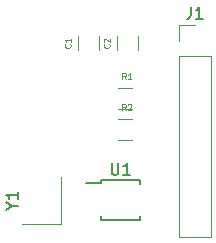
<source format=gto>
G04 #@! TF.GenerationSoftware,KiCad,Pcbnew,(5.1.5)-3*
G04 #@! TF.CreationDate,2022-11-09T15:50:47-05:00*
G04 #@! TF.ProjectId,si5351,73693533-3531-42e6-9b69-6361645f7063,rev?*
G04 #@! TF.SameCoordinates,Original*
G04 #@! TF.FileFunction,Legend,Top*
G04 #@! TF.FilePolarity,Positive*
%FSLAX46Y46*%
G04 Gerber Fmt 4.6, Leading zero omitted, Abs format (unit mm)*
G04 Created by KiCad (PCBNEW (5.1.5)-3) date 2022-11-09 15:50:47*
%MOMM*%
%LPD*%
G04 APERTURE LIST*
%ADD10C,0.120000*%
%ADD11C,0.150000*%
%ADD12C,0.125000*%
%ADD13C,0.124968*%
%ADD14C,0.100000*%
%ADD15R,1.502000X0.402000*%
%ADD16O,1.802000X1.802000*%
%ADD17R,1.802000X1.802000*%
%ADD18R,1.302000X1.502000*%
G04 APERTURE END LIST*
D10*
X183390000Y-92802064D02*
X183390000Y-91597936D01*
X185210000Y-92802064D02*
X185210000Y-91597936D01*
X180090000Y-92802064D02*
X180090000Y-91597936D01*
X181910000Y-92802064D02*
X181910000Y-91597936D01*
D11*
X182025000Y-104050000D02*
X180800000Y-104050000D01*
X182025000Y-107175000D02*
X185375000Y-107175000D01*
X182025000Y-103825000D02*
X185375000Y-103825000D01*
X182025000Y-107175000D02*
X182025000Y-106875000D01*
X185375000Y-107175000D02*
X185375000Y-106875000D01*
X185375000Y-103825000D02*
X185375000Y-104125000D01*
X182025000Y-103825000D02*
X182025000Y-104050000D01*
D10*
X188670000Y-90670000D02*
X190000000Y-90670000D01*
X188670000Y-92000000D02*
X188670000Y-90670000D01*
X188670000Y-93270000D02*
X191330000Y-93270000D01*
X191330000Y-93270000D02*
X191330000Y-108570000D01*
X188670000Y-93270000D02*
X188670000Y-108570000D01*
X188670000Y-108570000D02*
X191330000Y-108570000D01*
X178650000Y-107500000D02*
X178650000Y-103500000D01*
X175350000Y-107500000D02*
X178650000Y-107500000D01*
X183497936Y-100410000D02*
X184702064Y-100410000D01*
X183497936Y-98590000D02*
X184702064Y-98590000D01*
X183497936Y-97787000D02*
X184702064Y-97787000D01*
X183497936Y-95967000D02*
X184702064Y-95967000D01*
D12*
X182728571Y-92283333D02*
X182752380Y-92307142D01*
X182776190Y-92378571D01*
X182776190Y-92426190D01*
X182752380Y-92497619D01*
X182704761Y-92545238D01*
X182657142Y-92569047D01*
X182561904Y-92592857D01*
X182490476Y-92592857D01*
X182395238Y-92569047D01*
X182347619Y-92545238D01*
X182300000Y-92497619D01*
X182276190Y-92426190D01*
X182276190Y-92378571D01*
X182300000Y-92307142D01*
X182323809Y-92283333D01*
X182323809Y-92092857D02*
X182300000Y-92069047D01*
X182276190Y-92021428D01*
X182276190Y-91902380D01*
X182300000Y-91854761D01*
X182323809Y-91830952D01*
X182371428Y-91807142D01*
X182419047Y-91807142D01*
X182490476Y-91830952D01*
X182776190Y-92116666D01*
X182776190Y-91807142D01*
X179428571Y-92283333D02*
X179452380Y-92307142D01*
X179476190Y-92378571D01*
X179476190Y-92426190D01*
X179452380Y-92497619D01*
X179404761Y-92545238D01*
X179357142Y-92569047D01*
X179261904Y-92592857D01*
X179190476Y-92592857D01*
X179095238Y-92569047D01*
X179047619Y-92545238D01*
X179000000Y-92497619D01*
X178976190Y-92426190D01*
X178976190Y-92378571D01*
X179000000Y-92307142D01*
X179023809Y-92283333D01*
X179476190Y-91807142D02*
X179476190Y-92092857D01*
X179476190Y-91950000D02*
X178976190Y-91950000D01*
X179047619Y-91997619D01*
X179095238Y-92045238D01*
X179119047Y-92092857D01*
D11*
X182938095Y-102352380D02*
X182938095Y-103161904D01*
X182985714Y-103257142D01*
X183033333Y-103304761D01*
X183128571Y-103352380D01*
X183319047Y-103352380D01*
X183414285Y-103304761D01*
X183461904Y-103257142D01*
X183509523Y-103161904D01*
X183509523Y-102352380D01*
X184509523Y-103352380D02*
X183938095Y-103352380D01*
X184223809Y-103352380D02*
X184223809Y-102352380D01*
X184128571Y-102495238D01*
X184033333Y-102590476D01*
X183938095Y-102638095D01*
X189666666Y-89122380D02*
X189666666Y-89836666D01*
X189619047Y-89979523D01*
X189523809Y-90074761D01*
X189380952Y-90122380D01*
X189285714Y-90122380D01*
X190666666Y-90122380D02*
X190095238Y-90122380D01*
X190380952Y-90122380D02*
X190380952Y-89122380D01*
X190285714Y-89265238D01*
X190190476Y-89360476D01*
X190095238Y-89408095D01*
X174526190Y-105976190D02*
X175002380Y-105976190D01*
X174002380Y-106309523D02*
X174526190Y-105976190D01*
X174002380Y-105642857D01*
X175002380Y-104785714D02*
X175002380Y-105357142D01*
X175002380Y-105071428D02*
X174002380Y-105071428D01*
X174145238Y-105166666D01*
X174240476Y-105261904D01*
X174288095Y-105357142D01*
D13*
X184143688Y-97849132D02*
X183977064Y-97611098D01*
X183858046Y-97849132D02*
X183858046Y-97349260D01*
X184048474Y-97349260D01*
X184096081Y-97373064D01*
X184119884Y-97396867D01*
X184143688Y-97444474D01*
X184143688Y-97515884D01*
X184119884Y-97563491D01*
X184096081Y-97587294D01*
X184048474Y-97611098D01*
X183858046Y-97611098D01*
X184334115Y-97396867D02*
X184357918Y-97373064D01*
X184405525Y-97349260D01*
X184524542Y-97349260D01*
X184572149Y-97373064D01*
X184595953Y-97396867D01*
X184619756Y-97444474D01*
X184619756Y-97492081D01*
X184595953Y-97563491D01*
X184310312Y-97849132D01*
X184619756Y-97849132D01*
X184143688Y-95226132D02*
X183977064Y-94988098D01*
X183858046Y-95226132D02*
X183858046Y-94726260D01*
X184048474Y-94726260D01*
X184096081Y-94750064D01*
X184119884Y-94773867D01*
X184143688Y-94821474D01*
X184143688Y-94892884D01*
X184119884Y-94940491D01*
X184096081Y-94964294D01*
X184048474Y-94988098D01*
X183858046Y-94988098D01*
X184619756Y-95226132D02*
X184334115Y-95226132D01*
X184476936Y-95226132D02*
X184476936Y-94726260D01*
X184429329Y-94797670D01*
X184381722Y-94845277D01*
X184334115Y-94869081D01*
%LPC*%
D14*
G36*
X184982104Y-90125302D02*
G01*
X185008352Y-90129196D01*
X185034093Y-90135643D01*
X185059078Y-90144583D01*
X185083066Y-90155928D01*
X185105826Y-90169571D01*
X185127140Y-90185378D01*
X185146802Y-90203198D01*
X185164622Y-90222860D01*
X185180429Y-90244174D01*
X185194072Y-90266934D01*
X185205417Y-90290922D01*
X185214357Y-90315907D01*
X185220804Y-90341648D01*
X185224698Y-90367896D01*
X185226000Y-90394400D01*
X185226000Y-91205600D01*
X185224698Y-91232104D01*
X185220804Y-91258352D01*
X185214357Y-91284093D01*
X185205417Y-91309078D01*
X185194072Y-91333066D01*
X185180429Y-91355826D01*
X185164622Y-91377140D01*
X185146802Y-91396802D01*
X185127140Y-91414622D01*
X185105826Y-91430429D01*
X185083066Y-91444072D01*
X185059078Y-91455417D01*
X185034093Y-91464357D01*
X185008352Y-91470804D01*
X184982104Y-91474698D01*
X184955600Y-91476000D01*
X183644400Y-91476000D01*
X183617896Y-91474698D01*
X183591648Y-91470804D01*
X183565907Y-91464357D01*
X183540922Y-91455417D01*
X183516934Y-91444072D01*
X183494174Y-91430429D01*
X183472860Y-91414622D01*
X183453198Y-91396802D01*
X183435378Y-91377140D01*
X183419571Y-91355826D01*
X183405928Y-91333066D01*
X183394583Y-91309078D01*
X183385643Y-91284093D01*
X183379196Y-91258352D01*
X183375302Y-91232104D01*
X183374000Y-91205600D01*
X183374000Y-90394400D01*
X183375302Y-90367896D01*
X183379196Y-90341648D01*
X183385643Y-90315907D01*
X183394583Y-90290922D01*
X183405928Y-90266934D01*
X183419571Y-90244174D01*
X183435378Y-90222860D01*
X183453198Y-90203198D01*
X183472860Y-90185378D01*
X183494174Y-90169571D01*
X183516934Y-90155928D01*
X183540922Y-90144583D01*
X183565907Y-90135643D01*
X183591648Y-90129196D01*
X183617896Y-90125302D01*
X183644400Y-90124000D01*
X184955600Y-90124000D01*
X184982104Y-90125302D01*
G37*
G36*
X184982104Y-92925302D02*
G01*
X185008352Y-92929196D01*
X185034093Y-92935643D01*
X185059078Y-92944583D01*
X185083066Y-92955928D01*
X185105826Y-92969571D01*
X185127140Y-92985378D01*
X185146802Y-93003198D01*
X185164622Y-93022860D01*
X185180429Y-93044174D01*
X185194072Y-93066934D01*
X185205417Y-93090922D01*
X185214357Y-93115907D01*
X185220804Y-93141648D01*
X185224698Y-93167896D01*
X185226000Y-93194400D01*
X185226000Y-94005600D01*
X185224698Y-94032104D01*
X185220804Y-94058352D01*
X185214357Y-94084093D01*
X185205417Y-94109078D01*
X185194072Y-94133066D01*
X185180429Y-94155826D01*
X185164622Y-94177140D01*
X185146802Y-94196802D01*
X185127140Y-94214622D01*
X185105826Y-94230429D01*
X185083066Y-94244072D01*
X185059078Y-94255417D01*
X185034093Y-94264357D01*
X185008352Y-94270804D01*
X184982104Y-94274698D01*
X184955600Y-94276000D01*
X183644400Y-94276000D01*
X183617896Y-94274698D01*
X183591648Y-94270804D01*
X183565907Y-94264357D01*
X183540922Y-94255417D01*
X183516934Y-94244072D01*
X183494174Y-94230429D01*
X183472860Y-94214622D01*
X183453198Y-94196802D01*
X183435378Y-94177140D01*
X183419571Y-94155826D01*
X183405928Y-94133066D01*
X183394583Y-94109078D01*
X183385643Y-94084093D01*
X183379196Y-94058352D01*
X183375302Y-94032104D01*
X183374000Y-94005600D01*
X183374000Y-93194400D01*
X183375302Y-93167896D01*
X183379196Y-93141648D01*
X183385643Y-93115907D01*
X183394583Y-93090922D01*
X183405928Y-93066934D01*
X183419571Y-93044174D01*
X183435378Y-93022860D01*
X183453198Y-93003198D01*
X183472860Y-92985378D01*
X183494174Y-92969571D01*
X183516934Y-92955928D01*
X183540922Y-92944583D01*
X183565907Y-92935643D01*
X183591648Y-92929196D01*
X183617896Y-92925302D01*
X183644400Y-92924000D01*
X184955600Y-92924000D01*
X184982104Y-92925302D01*
G37*
G36*
X181682104Y-90125302D02*
G01*
X181708352Y-90129196D01*
X181734093Y-90135643D01*
X181759078Y-90144583D01*
X181783066Y-90155928D01*
X181805826Y-90169571D01*
X181827140Y-90185378D01*
X181846802Y-90203198D01*
X181864622Y-90222860D01*
X181880429Y-90244174D01*
X181894072Y-90266934D01*
X181905417Y-90290922D01*
X181914357Y-90315907D01*
X181920804Y-90341648D01*
X181924698Y-90367896D01*
X181926000Y-90394400D01*
X181926000Y-91205600D01*
X181924698Y-91232104D01*
X181920804Y-91258352D01*
X181914357Y-91284093D01*
X181905417Y-91309078D01*
X181894072Y-91333066D01*
X181880429Y-91355826D01*
X181864622Y-91377140D01*
X181846802Y-91396802D01*
X181827140Y-91414622D01*
X181805826Y-91430429D01*
X181783066Y-91444072D01*
X181759078Y-91455417D01*
X181734093Y-91464357D01*
X181708352Y-91470804D01*
X181682104Y-91474698D01*
X181655600Y-91476000D01*
X180344400Y-91476000D01*
X180317896Y-91474698D01*
X180291648Y-91470804D01*
X180265907Y-91464357D01*
X180240922Y-91455417D01*
X180216934Y-91444072D01*
X180194174Y-91430429D01*
X180172860Y-91414622D01*
X180153198Y-91396802D01*
X180135378Y-91377140D01*
X180119571Y-91355826D01*
X180105928Y-91333066D01*
X180094583Y-91309078D01*
X180085643Y-91284093D01*
X180079196Y-91258352D01*
X180075302Y-91232104D01*
X180074000Y-91205600D01*
X180074000Y-90394400D01*
X180075302Y-90367896D01*
X180079196Y-90341648D01*
X180085643Y-90315907D01*
X180094583Y-90290922D01*
X180105928Y-90266934D01*
X180119571Y-90244174D01*
X180135378Y-90222860D01*
X180153198Y-90203198D01*
X180172860Y-90185378D01*
X180194174Y-90169571D01*
X180216934Y-90155928D01*
X180240922Y-90144583D01*
X180265907Y-90135643D01*
X180291648Y-90129196D01*
X180317896Y-90125302D01*
X180344400Y-90124000D01*
X181655600Y-90124000D01*
X181682104Y-90125302D01*
G37*
G36*
X181682104Y-92925302D02*
G01*
X181708352Y-92929196D01*
X181734093Y-92935643D01*
X181759078Y-92944583D01*
X181783066Y-92955928D01*
X181805826Y-92969571D01*
X181827140Y-92985378D01*
X181846802Y-93003198D01*
X181864622Y-93022860D01*
X181880429Y-93044174D01*
X181894072Y-93066934D01*
X181905417Y-93090922D01*
X181914357Y-93115907D01*
X181920804Y-93141648D01*
X181924698Y-93167896D01*
X181926000Y-93194400D01*
X181926000Y-94005600D01*
X181924698Y-94032104D01*
X181920804Y-94058352D01*
X181914357Y-94084093D01*
X181905417Y-94109078D01*
X181894072Y-94133066D01*
X181880429Y-94155826D01*
X181864622Y-94177140D01*
X181846802Y-94196802D01*
X181827140Y-94214622D01*
X181805826Y-94230429D01*
X181783066Y-94244072D01*
X181759078Y-94255417D01*
X181734093Y-94264357D01*
X181708352Y-94270804D01*
X181682104Y-94274698D01*
X181655600Y-94276000D01*
X180344400Y-94276000D01*
X180317896Y-94274698D01*
X180291648Y-94270804D01*
X180265907Y-94264357D01*
X180240922Y-94255417D01*
X180216934Y-94244072D01*
X180194174Y-94230429D01*
X180172860Y-94214622D01*
X180153198Y-94196802D01*
X180135378Y-94177140D01*
X180119571Y-94155826D01*
X180105928Y-94133066D01*
X180094583Y-94109078D01*
X180085643Y-94084093D01*
X180079196Y-94058352D01*
X180075302Y-94032104D01*
X180074000Y-94005600D01*
X180074000Y-93194400D01*
X180075302Y-93167896D01*
X180079196Y-93141648D01*
X180085643Y-93115907D01*
X180094583Y-93090922D01*
X180105928Y-93066934D01*
X180119571Y-93044174D01*
X180135378Y-93022860D01*
X180153198Y-93003198D01*
X180172860Y-92985378D01*
X180194174Y-92969571D01*
X180216934Y-92955928D01*
X180240922Y-92944583D01*
X180265907Y-92935643D01*
X180291648Y-92929196D01*
X180317896Y-92925302D01*
X180344400Y-92924000D01*
X181655600Y-92924000D01*
X181682104Y-92925302D01*
G37*
D15*
X185900000Y-104500000D03*
X185900000Y-105000000D03*
X185900000Y-105500000D03*
X185900000Y-106000000D03*
X185900000Y-106500000D03*
X181500000Y-106500000D03*
X181500000Y-106000000D03*
X181500000Y-105500000D03*
X181500000Y-105000000D03*
X181500000Y-104500000D03*
D16*
X190000000Y-107240000D03*
X190000000Y-104700000D03*
X190000000Y-102160000D03*
X190000000Y-99620000D03*
X190000000Y-97080000D03*
X190000000Y-94540000D03*
D17*
X190000000Y-92000000D03*
D18*
X176150000Y-106600000D03*
X176150000Y-104400000D03*
X177850000Y-104400000D03*
X177850000Y-106600000D03*
D14*
G36*
X185932104Y-98575302D02*
G01*
X185958352Y-98579196D01*
X185984093Y-98585643D01*
X186009078Y-98594583D01*
X186033066Y-98605928D01*
X186055826Y-98619571D01*
X186077140Y-98635378D01*
X186096802Y-98653198D01*
X186114622Y-98672860D01*
X186130429Y-98694174D01*
X186144072Y-98716934D01*
X186155417Y-98740922D01*
X186164357Y-98765907D01*
X186170804Y-98791648D01*
X186174698Y-98817896D01*
X186176000Y-98844400D01*
X186176000Y-100155600D01*
X186174698Y-100182104D01*
X186170804Y-100208352D01*
X186164357Y-100234093D01*
X186155417Y-100259078D01*
X186144072Y-100283066D01*
X186130429Y-100305826D01*
X186114622Y-100327140D01*
X186096802Y-100346802D01*
X186077140Y-100364622D01*
X186055826Y-100380429D01*
X186033066Y-100394072D01*
X186009078Y-100405417D01*
X185984093Y-100414357D01*
X185958352Y-100420804D01*
X185932104Y-100424698D01*
X185905600Y-100426000D01*
X185094400Y-100426000D01*
X185067896Y-100424698D01*
X185041648Y-100420804D01*
X185015907Y-100414357D01*
X184990922Y-100405417D01*
X184966934Y-100394072D01*
X184944174Y-100380429D01*
X184922860Y-100364622D01*
X184903198Y-100346802D01*
X184885378Y-100327140D01*
X184869571Y-100305826D01*
X184855928Y-100283066D01*
X184844583Y-100259078D01*
X184835643Y-100234093D01*
X184829196Y-100208352D01*
X184825302Y-100182104D01*
X184824000Y-100155600D01*
X184824000Y-98844400D01*
X184825302Y-98817896D01*
X184829196Y-98791648D01*
X184835643Y-98765907D01*
X184844583Y-98740922D01*
X184855928Y-98716934D01*
X184869571Y-98694174D01*
X184885378Y-98672860D01*
X184903198Y-98653198D01*
X184922860Y-98635378D01*
X184944174Y-98619571D01*
X184966934Y-98605928D01*
X184990922Y-98594583D01*
X185015907Y-98585643D01*
X185041648Y-98579196D01*
X185067896Y-98575302D01*
X185094400Y-98574000D01*
X185905600Y-98574000D01*
X185932104Y-98575302D01*
G37*
G36*
X183132104Y-98575302D02*
G01*
X183158352Y-98579196D01*
X183184093Y-98585643D01*
X183209078Y-98594583D01*
X183233066Y-98605928D01*
X183255826Y-98619571D01*
X183277140Y-98635378D01*
X183296802Y-98653198D01*
X183314622Y-98672860D01*
X183330429Y-98694174D01*
X183344072Y-98716934D01*
X183355417Y-98740922D01*
X183364357Y-98765907D01*
X183370804Y-98791648D01*
X183374698Y-98817896D01*
X183376000Y-98844400D01*
X183376000Y-100155600D01*
X183374698Y-100182104D01*
X183370804Y-100208352D01*
X183364357Y-100234093D01*
X183355417Y-100259078D01*
X183344072Y-100283066D01*
X183330429Y-100305826D01*
X183314622Y-100327140D01*
X183296802Y-100346802D01*
X183277140Y-100364622D01*
X183255826Y-100380429D01*
X183233066Y-100394072D01*
X183209078Y-100405417D01*
X183184093Y-100414357D01*
X183158352Y-100420804D01*
X183132104Y-100424698D01*
X183105600Y-100426000D01*
X182294400Y-100426000D01*
X182267896Y-100424698D01*
X182241648Y-100420804D01*
X182215907Y-100414357D01*
X182190922Y-100405417D01*
X182166934Y-100394072D01*
X182144174Y-100380429D01*
X182122860Y-100364622D01*
X182103198Y-100346802D01*
X182085378Y-100327140D01*
X182069571Y-100305826D01*
X182055928Y-100283066D01*
X182044583Y-100259078D01*
X182035643Y-100234093D01*
X182029196Y-100208352D01*
X182025302Y-100182104D01*
X182024000Y-100155600D01*
X182024000Y-98844400D01*
X182025302Y-98817896D01*
X182029196Y-98791648D01*
X182035643Y-98765907D01*
X182044583Y-98740922D01*
X182055928Y-98716934D01*
X182069571Y-98694174D01*
X182085378Y-98672860D01*
X182103198Y-98653198D01*
X182122860Y-98635378D01*
X182144174Y-98619571D01*
X182166934Y-98605928D01*
X182190922Y-98594583D01*
X182215907Y-98585643D01*
X182241648Y-98579196D01*
X182267896Y-98575302D01*
X182294400Y-98574000D01*
X183105600Y-98574000D01*
X183132104Y-98575302D01*
G37*
G36*
X185932104Y-95952302D02*
G01*
X185958352Y-95956196D01*
X185984093Y-95962643D01*
X186009078Y-95971583D01*
X186033066Y-95982928D01*
X186055826Y-95996571D01*
X186077140Y-96012378D01*
X186096802Y-96030198D01*
X186114622Y-96049860D01*
X186130429Y-96071174D01*
X186144072Y-96093934D01*
X186155417Y-96117922D01*
X186164357Y-96142907D01*
X186170804Y-96168648D01*
X186174698Y-96194896D01*
X186176000Y-96221400D01*
X186176000Y-97532600D01*
X186174698Y-97559104D01*
X186170804Y-97585352D01*
X186164357Y-97611093D01*
X186155417Y-97636078D01*
X186144072Y-97660066D01*
X186130429Y-97682826D01*
X186114622Y-97704140D01*
X186096802Y-97723802D01*
X186077140Y-97741622D01*
X186055826Y-97757429D01*
X186033066Y-97771072D01*
X186009078Y-97782417D01*
X185984093Y-97791357D01*
X185958352Y-97797804D01*
X185932104Y-97801698D01*
X185905600Y-97803000D01*
X185094400Y-97803000D01*
X185067896Y-97801698D01*
X185041648Y-97797804D01*
X185015907Y-97791357D01*
X184990922Y-97782417D01*
X184966934Y-97771072D01*
X184944174Y-97757429D01*
X184922860Y-97741622D01*
X184903198Y-97723802D01*
X184885378Y-97704140D01*
X184869571Y-97682826D01*
X184855928Y-97660066D01*
X184844583Y-97636078D01*
X184835643Y-97611093D01*
X184829196Y-97585352D01*
X184825302Y-97559104D01*
X184824000Y-97532600D01*
X184824000Y-96221400D01*
X184825302Y-96194896D01*
X184829196Y-96168648D01*
X184835643Y-96142907D01*
X184844583Y-96117922D01*
X184855928Y-96093934D01*
X184869571Y-96071174D01*
X184885378Y-96049860D01*
X184903198Y-96030198D01*
X184922860Y-96012378D01*
X184944174Y-95996571D01*
X184966934Y-95982928D01*
X184990922Y-95971583D01*
X185015907Y-95962643D01*
X185041648Y-95956196D01*
X185067896Y-95952302D01*
X185094400Y-95951000D01*
X185905600Y-95951000D01*
X185932104Y-95952302D01*
G37*
G36*
X183132104Y-95952302D02*
G01*
X183158352Y-95956196D01*
X183184093Y-95962643D01*
X183209078Y-95971583D01*
X183233066Y-95982928D01*
X183255826Y-95996571D01*
X183277140Y-96012378D01*
X183296802Y-96030198D01*
X183314622Y-96049860D01*
X183330429Y-96071174D01*
X183344072Y-96093934D01*
X183355417Y-96117922D01*
X183364357Y-96142907D01*
X183370804Y-96168648D01*
X183374698Y-96194896D01*
X183376000Y-96221400D01*
X183376000Y-97532600D01*
X183374698Y-97559104D01*
X183370804Y-97585352D01*
X183364357Y-97611093D01*
X183355417Y-97636078D01*
X183344072Y-97660066D01*
X183330429Y-97682826D01*
X183314622Y-97704140D01*
X183296802Y-97723802D01*
X183277140Y-97741622D01*
X183255826Y-97757429D01*
X183233066Y-97771072D01*
X183209078Y-97782417D01*
X183184093Y-97791357D01*
X183158352Y-97797804D01*
X183132104Y-97801698D01*
X183105600Y-97803000D01*
X182294400Y-97803000D01*
X182267896Y-97801698D01*
X182241648Y-97797804D01*
X182215907Y-97791357D01*
X182190922Y-97782417D01*
X182166934Y-97771072D01*
X182144174Y-97757429D01*
X182122860Y-97741622D01*
X182103198Y-97723802D01*
X182085378Y-97704140D01*
X182069571Y-97682826D01*
X182055928Y-97660066D01*
X182044583Y-97636078D01*
X182035643Y-97611093D01*
X182029196Y-97585352D01*
X182025302Y-97559104D01*
X182024000Y-97532600D01*
X182024000Y-96221400D01*
X182025302Y-96194896D01*
X182029196Y-96168648D01*
X182035643Y-96142907D01*
X182044583Y-96117922D01*
X182055928Y-96093934D01*
X182069571Y-96071174D01*
X182085378Y-96049860D01*
X182103198Y-96030198D01*
X182122860Y-96012378D01*
X182144174Y-95996571D01*
X182166934Y-95982928D01*
X182190922Y-95971583D01*
X182215907Y-95962643D01*
X182241648Y-95956196D01*
X182267896Y-95952302D01*
X182294400Y-95951000D01*
X183105600Y-95951000D01*
X183132104Y-95952302D01*
G37*
M02*

</source>
